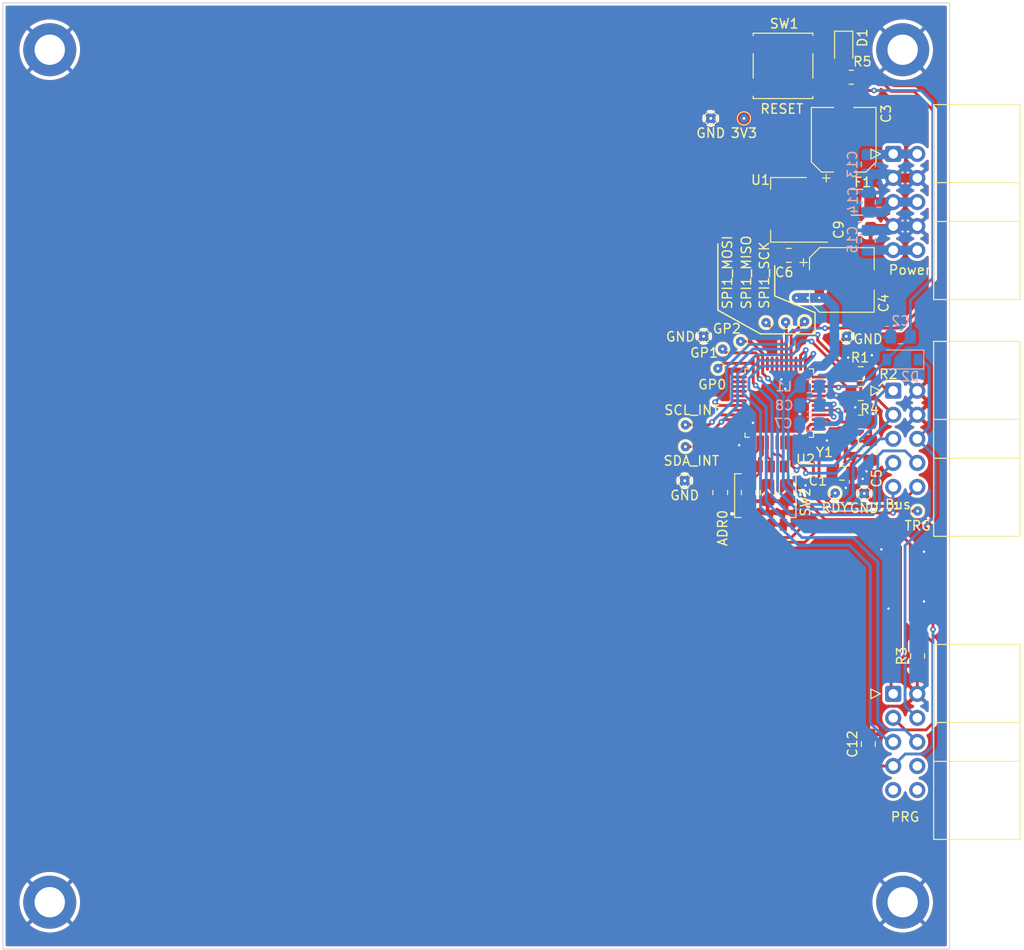
<source format=kicad_pcb>
(kicad_pcb (version 20211014) (generator pcbnew)
  (layers (0 "F.Cu" signal) (31 "B.Cu" signal) (34 "B.Paste" user) (35 "F.Paste" user) (36 "B.SilkS" user "B.Silkscreen") (37 "F.SilkS" user "F.Silkscreen") (38 "B.Mask" user) (39 "F.Mask" user) (44 "Edge.Cuts" user))
  (net 0 "")
  (net 1 "-12V")
  (net 2 "GND")
  (net 3 "+5V")
  (net 4 "+12V")
  (net 5 "/GP2")
  (net 6 "/RST")
  (net 7 "/GP0")
  (net 8 "/GP1")
  (net 9 "/TRG")
  (net 10 "/RDY")
  (net 11 "/SWDIO")
  (net 12 "/SWCLK")
  (net 13 "/RX_DEBUG")
  (net 14 "/TX_DEBUG")
  (net 15 "+3.3V")
  (net 19 "Net-(C3-Pad1)")
  (net 20 "Net-(D1-Pad2)")
  (net 21 "Net-(C1-Pad1)")
  (net 22 "/SPI1_SCK")
  (net 23 "/SPI1_MISO")
  (net 24 "/SPI1_MOSI")
  (net 25 "/SCL_EXT")
  (net 26 "/SDA_EXT")
  (net 27 "Net-(C2-Pad1)")
  (net 28 "Net-(C5-Pad1)")
  (net 29 "Net-(C7-Pad1)")
  (net 30 "Net-(C8-Pad1)")
  (net 31 "/SCL_INT")
  (net 32 "/SDA_INT")
  (net 33 "/ADR0")
  (net 34 "/ADR1")
  (net 35 "/ADR2")
  (net 36 "/ADR3")
  (net 37 "Net-(R4-Pad2)")
  (net 38 "Net-(R5-Pad2)")
  (net 39 "/PC13")
  (net 40 "/PF0")
  (net 41 "/PF1")
  (net 42 "/PA0")
  (net 43 "/PA1")
  (net 44 "/PA4")
  (net 45 "/PB0")
  (net 46 "/PB1")
  (net 47 "/PB2")
  (net 48 "/SPI2_SCK")
  (net 49 "/SPI2_MISO")
  (net 50 "/SPI2_MOSI")
  (net 51 "/PA8")
  (net 52 "/PA9")
  (net 53 "/PB6")
  (net 54 "/PA10")
  (net 55 "/PA15")
  (net 56 "/PB3")
  (net 57 "/PB4")
  (net 58 "/PB5")
  (footprint "MEMS_Custom:EuroMeasure" (layer "F.Cu") (at 96.2225 50.095)
    (fp_text reference "B1" hide)
    (fp_text value "EuroBoard")
    (fp_rect (start 0.05 0.05) (end 99.95 99.95) (layer "Edge.Cuts") (width 0.1) (fill none))
  )
  (footprint "Capacitor_SMD:C_0805_2012Metric_Pad1.18x1.45mm_HandSolder" (layer "F.Cu") (at 186.8 94.4 180)
    (fp_text reference "R4")
    (fp_text value "0R")
  )
  (footprint "Capacitor_SMD:C_0805_2012Metric_Pad1.18x1.45mm_HandSolder" (layer "F.Cu") (at 186.8 91.4)
    (fp_text reference "R2")
    (fp_text value "0R")
  )
  (footprint "Capacitor_SMD:C_0805_2012Metric_Pad1.18x1.45mm_HandSolder" (layer "F.Cu") (at 192.8 119.1 90)
    (fp_text reference "R3")
    (fp_text value "10k")
  )
  (footprint "MEMS_Passive:R_0805_2012Metric_Jumper" (layer "F.Cu") (at 178.9725 101.845 -90)
    (fp_text reference "JP4" hide)
    (fp_text value "ADR3")
  )
  (footprint "MEMS_Custom:TestPoint_Pad_D1.0mm" (layer "F.Cu") (at 192.8 103.8)
    (fp_text reference "TP6")
    (fp_text value "TRG")
  )
  (footprint "Capacitor_SMD:C_0805_2012Metric_Pad1.18x1.45mm_HandSolder" (layer "F.Cu") (at 186.8 89.3 180)
    (fp_text reference "R1")
    (fp_text value "0R")
  )
  (footprint "Oscillator:Oscillator_SMD_Abracon_ASDMB-4Pin_2.5x2.0mm" (layer "F.Cu") (at 185.2 97.2 180)
    (fp_text reference "Y1")
    (fp_text value "NX2520 16MHz")
  )
  (footprint "MEMS_Custom:TestPoint_Pad_D1.0mm" (layer "F.Cu") (at 178.8725 83.845 90)
    (fp_text reference "TP2")
    (fp_text value "SPI1_MISO")
  )
  (footprint "MEMS_Custom:TestPoint_Pad_D1.0mm" (layer "F.Cu") (at 174.1225 85.895)
    (fp_text reference "TP8")
    (fp_text value "GP2")
  )
  (footprint "MEMS_Custom:TestPoint_Pad_D1.0mm" (layer "F.Cu") (at 171.7225 88.745)
    (fp_text reference "TP10")
    (fp_text value "GP0")
  )
  (footprint "MEMS_Custom:TestPoint_Pad_D1.0mm" (layer "F.Cu") (at 168.2225 100.595)
    (fp_text reference "TP11")
    (fp_text value "GND")
  )
  (footprint "MEMS_Passive:R_0805_2012Metric_Jumper" (layer "F.Cu") (at 171.9725 101.845 -90)
    (fp_text reference "JP1" hide)
    (fp_text value "ADR0")
  )
  (footprint "MEMS_Custom:TestPoint_Pad_D1.0mm" (layer "F.Cu") (at 172.2225 86.7)
    (fp_text reference "TP9")
    (fp_text value "GP1")
  )
  (footprint "Package_QFP:LQFP-48_7x7mm_P0.5mm" (layer "F.Cu") (at 178.2 92.4 180)
    (fp_text reference "U2")
    (fp_text value "STM32G030CxT")
  )
  (footprint "MEMS_Custom:TestPoint_Pad_D1.0mm" (layer "F.Cu") (at 180.8725 83.795 90)
    (fp_text reference "TP1")
    (fp_text value "SPI1_SCK")
  )
  (footprint "Button_Switch_SMD:SW_SPST_B3S-1000" (layer "F.Cu") (at 178.6 56.8)
    (fp_text reference "SW1")
    (fp_text value "RESET")
  )
  (footprint "MEMS_Custom:TestPoint_Pad_D1.0mm" (layer "F.Cu") (at 187.1725 101.945)
    (fp_text reference "TP12")
    (fp_text value "GND")
  )
  (footprint "MEMS_Custom:TestPoint_Pad_D1.0mm" (layer "F.Cu") (at 168.3 94.7)
    (fp_text reference "TP4")
    (fp_text value "SCL_INT")
  )
  (footprint "Button_Switch_SMD:SW_DIP_SPSTx04_Slide_Omron_A6H-4101_W6.15mm_P1.27mm" (layer "F.Cu") (at 176.7225 102.17 -90)
    (fp_text reference "SW2")
    (fp_text value "ADR")
  )
  (footprint "Fuse:Fuse_1210_3225Metric" (layer "F.Cu") (at 186.4 71.2 180)
    (fp_text reference "F1")
    (fp_text value "Polyfuse")
  )
  (footprint "MEMS_Custom:TestPoint_Pad_D1.0mm" (layer "F.Cu") (at 185.2725 85.345)
    (fp_text reference "TP15")
    (fp_text value "GND")
  )
  (footprint "LED_SMD:LED_0805_2012Metric_Pad1.15x1.40mm_HandSolder" (layer "F.Cu") (at 185 55 -90)
    (fp_text reference "D1")
    (fp_text value "LED")
  )
  (footprint "MEMS_Passive:R_0805_2012Metric_Jumper" (layer "F.Cu") (at 176.9725 101.845 -90)
    (fp_text reference "JP3" hide)
    (fp_text value "ADR2")
  )
  (footprint "MEMS_Custom:TestPoint_Pad_D1.0mm" (layer "F.Cu") (at 168.3 97)
    (fp_text reference "TP5")
    (fp_text value "SDA_INT")
  )
  (footprint "Capacitor_SMD:C_0805_2012Metric_Pad1.18x1.45mm_HandSolder" (layer "F.Cu") (at 186.8 74)
    (fp_text reference "C9")
    (fp_text value "10u")
  )
  (footprint "Capacitor_SMD:C_0805_2012Metric_Pad1.18x1.45mm_HandSolder" (layer "F.Cu") (at 187.6 128.4 90)
    (fp_text reference "C12")
    (fp_text value "10u")
  )
  (footprint "Resistor_SMD:R_0805_2012Metric_Pad1.20x1.40mm_HandSolder" (layer "F.Cu") (at 185.8 58)
    (fp_text reference "R5")
    (fp_text value "1k")
  )
  (footprint "MEMS_Passive:R_0805_2012Metric_Jumper" (layer "F.Cu") (at 174.9725 101.845 -90)
    (fp_text reference "JP2" hide)
    (fp_text value "ADR1")
  )
  (footprint "Capacitor_SMD:CP_Elec_6.3x7.7" (layer "F.Cu") (at 184.8 79.4)
    (fp_text reference "C4")
    (fp_text value "220u")
  )
  (footprint "MEMS_Custom:TestPoint_Pad_D1.0mm" (layer "F.Cu") (at 184.1 101.9)
    (fp_text reference "TP7")
    (fp_text value "RDY")
  )
  (footprint "Capacitor_SMD:C_0805_2012Metric_Pad1.18x1.45mm_HandSolder" (layer "F.Cu") (at 184.8 99.8)
    (fp_text reference "C1")
    (fp_text value "8p")
  )
  (footprint "Capacitor_SMD:C_0805_2012Metric_Pad1.18x1.45mm_HandSolder" (layer "F.Cu") (at 179.2 76.8)
    (fp_text reference "C6")
    (fp_text value "10u")
  )
  (footprint "MEMS_Custom:TestPoint_Pad_D1.0mm" (layer "F.Cu") (at 170.9725 62.345)
    (fp_text reference "TP13")
    (fp_text value "GND")
  )
  (footprint "MEMS_Custom:TestPoint_Pad_D1.0mm" (layer "F.Cu") (at 176.8 83.9 90)
    (fp_text reference "TP3")
    (fp_text value "SPI1_MOSI")
  )
  (footprint "MEMS_Custom:TestPoint_Pad_D1.0mm" (layer "F.Cu") (at 174.4725 62.345)
    (fp_text reference "TP16")
    (fp_text value "3V3")
  )
  (footprint "Capacitor_SMD:C_0805_2012Metric_Pad1.18x1.45mm_HandSolder" (layer "F.Cu") (at 187.8 97.4 -90)
    (fp_text reference "C5")
    (fp_text value "8p")
  )
  (footprint "Capacitor_SMD:CP_Elec_6.3x7.7" (layer "F.Cu") (at 185 64.6 90)
    (fp_text reference "C3")
    (fp_text value "220u")
  )
  (footprint "MEMS_Custom:TestPoint_Pad_D1.0mm" (layer "F.Cu") (at 170.2225 85.345)
    (fp_text reference "TP14")
    (fp_text value "GND")
  )
  (footprint "Package_TO_SOT_SMD:SOT-223-3_TabPin2" (layer "F.Cu") (at 179.2 72 180)
    (fp_text reference "U1")
    (fp_text value "AMS1117-3.3")
  )
  (footprint "Diode_SMD:D_SOD-123" (layer "B.Cu") (at 191.2 87.8 180)
    (fp_text reference "D2")
    (fp_text value "1n4148")
  )
  (footprint "Capacitor_SMD:C_0805_2012Metric_Pad1.18x1.45mm_HandSolder" (layer "B.Cu") (at 181.4 92.6 180)
    (fp_text reference "C8")
    (fp_text value "10u")
  )
  (footprint "Capacitor_SMD:C_0805_2012Metric_Pad1.18x1.45mm_HandSolder" (layer "B.Cu") (at 191 85.4 180)
    (fp_text reference "C2")
    (fp_text value "100n")
  )
  (footprint "Capacitor_SMD:C_0805_2012Metric_Pad1.18x1.45mm_HandSolder" (layer "B.Cu") (at 187.6 75.2 90)
    (fp_text reference "C15")
    (fp_text value "10u")
  )
  (footprint "Capacitor_SMD:C_0805_2012Metric_Pad1.18x1.45mm_HandSolder" (layer "B.Cu") (at 187.6 71.2 90)
    (fp_text reference "C14")
    (fp_text value "10u")
  )
  (footprint "Capacitor_SMD:C_0805_2012Metric_Pad1.18x1.45mm_HandSolder" (layer "B.Cu") (at 181.4 94.6 180)
    (fp_text reference "C7")
    (fp_text value "100n")
  )
  (footprint "Capacitor_SMD:C_0805_2012Metric_Pad1.18x1.45mm_HandSolder" (layer "B.Cu") (at 187.6 67.2 -90)
    (fp_text reference "C13")
    (fp_text value "10u")
  )
  (footprint "Inductor_SMD:L_0805_2012Metric_Pad1.15x1.40mm_HandSolder" (layer "B.Cu") (at 181.4 90.6)
    (fp_text reference "L1")
    (fp_text value "L_Ferrite")
  )
  (gr_line (start 171.7225 82.595) (end 176.2225 85.095) (layer "F.SilkS") (width 0.15))
  (gr_line (start 189.2225 90.095) (end 188.7225 90.595) (layer "F.SilkS") (width 0.15))
  (gr_line (start 176.2225 85.095) (end 181.9725 85.095) (layer "F.SilkS") (width 0.15))
  (gr_line (start 181.9725 82.845) (end 177.7225 81.095) (layer "F.SilkS") (width 0.15))
  (gr_line (start 171.7225 82.595) (end 171.7225 75.595) (layer "F.SilkS") (width 0.15))
  (gr_line (start 177.7225 81.095) (end 177.7225 77.895) (layer "F.SilkS") (width 0.15))
  (gr_line (start 181.9725 85.095) (end 181.9725 82.845) (layer "F.SilkS") (width 0.15))
  (segment (start 190.2225 66.095) (end 192.7625 66.095) (width 1) (layer "B.Cu") (net 1))
  (segment (start 187.6 66.1625) (end 190.155 66.1625) (width 1) (layer "B.Cu") (net 1))
  (segment (start 190.155 66.1625) (end 190.2225 66.095) (width 1) (layer "B.Cu") (net 1))
  (segment (start 186.025 99.6125) (end 185.8375 99.8) (width 0.3) (layer "F.Cu") (net 2))
  (segment (start 186.025 97.975) (end 187.3375 97.975) (width 0.3) (layer "F.Cu") (net 2))
  (segment (start 187.4 99.6) (end 187.8 99.2) (width 0.3) (layer "F.Cu") (net 2))
  (segment (start 190.2225 73.715) (end 192.7625 73.715) (width 1) (layer "F.Cu") (net 2))
  (segment (start 187.5 79.4) (end 187.45 79.4) (width 1) (layer "F.Cu") (net 2))
  (segment (start 189.9375 74) (end 190.2225 73.715) (width 1) (layer "F.Cu") (net 2))
  (segment (start 187.3375 97.975) (end 187.8 98.4375) (width 0.3) (layer "F.Cu") (net 2))
  (segment (start 185.8375 99.8) (end 186.4 99.8) (width 0.3) (layer "F.Cu") (net 2))
  (segment (start 187.8375 74) (end 189.9375 74) (width 1) (layer "F.Cu") (net 2))
  (segment (start 186.025 97.975) (end 186.025 99.6125) (width 0.3) (layer "F.Cu") (net 2))
  (segment (start 192.7625 68.635) (end 190.2225 68.635) (width 1) (layer "F.Cu") (net 2))
  (segment (start 189.205 124.395) (end 191.4625 124.395) (width 0.3) (layer "F.Cu") (net 2))
  (segment (start 186.025 97.975) (end 185.925 97.975) (width 0.3) (layer "F.Cu") (net 2))
  (segment (start 185.925 97.975) (end 184.375 96.425) (width 0.3) (layer "F.Cu") (net 2))
  (segment (start 181.25 92.15) (end 181.2 92.2) (width 0.25) (layer "F.Cu") (net 2))
  (segment (start 187.45 79.4) (end 182.35 74.3) (width 1) (layer "F.Cu") (net 2))
  (segment (start 187.6 126) (end 189.205 124.395) (width 0.3) (layer "F.Cu") (net 2))
  (segment (start 182.3625 92.15) (end 181.25 92.15) (width 0.25) (layer "F.Cu") (net 2))
  (segment (start 187.6 127.3625) (end 187.6 126) (width 0.3) (layer "F.Cu") (net 2))
  (segment (start 186.4 99.8) (end 187 100.4) (width 0.3) (layer "F.Cu") (net 2))
  (segment (start 174.625 54.55) (end 182.575 54.55) (width 0.3) (layer "F.Cu") (net 2))
  (segment (start 180.2375 76.4125) (end 182.35 74.3) (width 1) (layer "F.Cu") (net 2))
  (segment (start 180.2375 76.8) (end 180.2375 76.4125) (width 1) (layer "F.Cu") (net 2))
  (segment (start 192.7625 120.175) (end 192.8 120.1375) (width 0.3) (layer "F.Cu") (net 2))
  (segment (start 192.7625 123.095) (end 192.7625 120.175) (width 0.3) (layer "F.Cu") (net 2))
  (segment (start 187.8 99.2) (end 187.8 98.4375) (width 0.3) (layer "F.Cu") (net 2))
  (segment (start 191.4625 124.395) (end 192.7625 123.095) (width 0.3) (layer "F.Cu") (net 2))
  (via (at 193.4725 113.345) (size 0.6) (drill 0.25) (layers "F.Cu" "B.Cu") (net 2))
  (via (at 183.2225 96.345) (size 0.6) (drill 0.25) (layers "F.Cu" "B.Cu") (net 2))
  (via (at 185.2225 101.345) (size 0.6) (drill 0.25) (layers "F.Cu" "B.Cu") (net 2))
  (via (at 186.2225 92.845) (size 0.6) (drill 0.25) (layers "F.Cu" "B.Cu") (net 2))
  (via (at 173.9725 96.845) (size 0.6) (drill 0.25) (layers "F.Cu" "B.Cu") (net 2))
  (via (at 180.9725 101.095) (size 0.6) (drill 0.25) (layers "F.Cu" "B.Cu") (net 2))
  (via (at 185.4725 87.595) (size 0.6) (drill 0.25) (layers "F.Cu" "B.Cu") (net 2))
  (via (at 184.2225 91.595) (size 0.6) (drill 0.25) (layers "F.Cu" "B.Cu") (net 2))
  (via (at 187.9725 87.345) (size 0.6) (drill 0.25) (layers "F.Cu" "B.Cu") (net 2))
  (via (at 181.2 92.2) (size 0.6) (drill 0.25) (layers "F.Cu" "B.Cu") (net 2))
  (via (at 187 100.4) (size 0.6) (drill 0.25) (layers "F.Cu" "B.Cu") (net 2))
  (via (at 175.4225 94.495) (size 0.6) (drill 0.25) (layers "F.Cu" "B.Cu") (net 2))
  (via (at 180.3625 93.555) (size 0.6) (drill 0.25) (layers "F.Cu" "B.Cu") (net 2))
  (via (at 188.9725 107.845) (size 0.6) (drill 0.25) (layers "F.Cu" "B.Cu") (net 2))
  (via (at 178.4225 89.895) (size 0.6) (drill 0.25) (layers "F.Cu" "B.Cu") (net 2))
  (via (at 173.2225 104.095) (size 0.8) (drill 0.4) (layers "F.Cu" "B.Cu") (net 2))
  (via (at 187.4 99.6) (size 0.6) (drill 0.25) (layers "F.Cu" "B.Cu") (net 2))
  (via (at 193.4725 108.095) (size 0.6) (drill 0.25) (layers "F.Cu" "B.Cu") (net 2))
  (via (at 189.7225 114.095) (size 0.6) (drill 0.25) (layers "F.Cu" "B.Cu") (net 2))
  (via (at 178.8225 90.895) (size 0.6) (drill 0.25) (layers "F.Cu" "B.Cu") (net 2))
  (segment (start 187.6 70.1625) (end 187.6 68.2375) (width 1) (layer "B.Cu") (net 2))
  (segment (start 189.825 68.2375) (end 190.2225 68.635) (width 1) (layer "B.Cu") (net 2))
  (segment (start 180.3625 94.6) (end 180.3625 93.555) (width 0.5) (layer "B.Cu") (net 2))
  (segment (start 180.3625 93.555) (end 180.3625 92.6) (width 0.5) (layer "B.Cu") (net 2))
  (segment (start 187.6 68.2375) (end 189.825 68.2375) (width 1) (layer "B.Cu") (net 2))
  (segment (start 187.6 74.1625) (end 189.775 74.1625) (width 1) (layer "B.Cu") (net 2))
  (segment (start 189.775 74.1625) (end 190.2225 73.715) (width 1) (layer "B.Cu") (net 2))
  (segment (start 190.2225 73.715) (end 192.7625 73.715) (width 1) (layer "B.Cu") (net 2))
  (segment (start 190.2225 71.175) (end 187.825 71.175) (width 1) (layer "F.Cu") (net 3))
  (segment (start 187.825 71.175) (end 187.8 71.2) (width 1) (layer "F.Cu") (net 3))
  (segment (start 189.16 72.2375) (end 190.2225 71.175) (width 1) (layer "B.Cu") (net 3))
  (segment (start 190.2225 71.175) (end 192.7625 71.175) (width 1) (layer "B.Cu") (net 3))
  (segment (start 187.6 72.2375) (end 189.16 72.2375) (width 1) (layer "B.Cu") (net 3))
  (segment (start 190.2225 76.255) (end 192.7625 76.255) (width 1) (layer "B.Cu") (net 4))
  (segment (start 190.205 76.2375) (end 190.2225 76.255) (width 1) (layer "B.Cu") (net 4))
  (segment (start 187.6 76.2375) (end 190.205 76.2375) (width 1) (layer "B.Cu") (net 4))
  (segment (start 176.45 89.25) (end 177 89.8) (width 0.3) (layer "F.Cu") (net 5))
  (segment (start 175.195 85.895) (end 174.1225 85.895) (width 0.3) (layer "F.Cu") (net 5))
  (segment (start 176.45 88.2375) (end 176.45 87.142894) (width 0.3) (layer "F.Cu") (net 5))
  (segment (start 175.907106 86.6) (end 175.9 86.6) (width 0.3) (layer "F.Cu") (net 5))
  (segment (start 176.45 88.2375) (end 176.45 89.25) (width 0.3) (layer "F.Cu") (net 5))
  (segment (start 175.9 86.6) (end 175.195 85.895) (width 0.3) (layer "F.Cu") (net 5))
  (segment (start 176.45 87.142894) (end 175.907106 86.6) (width 0.3) (layer "F.Cu") (net 5))
  (via (at 177 89.8) (size 0.6) (drill 0.25) (layers "F.Cu" "B.Cu") (net 5))
  (segment (start 178.1725 91.164239) (end 178.6225 91.614239) (width 0.3) (layer "B.Cu") (net 5))
  (segment (start 186 99) (end 188.825 96.175) (width 0.3) (layer "B.Cu") (net 5))
  (segment (start 180.5 103.1) (end 185 103.1) (width 0.3) (layer "B.Cu") (net 5))
  (segment (start 188.825 96.175) (end 190.2225 96.175) (width 0.3) (layer "B.Cu") (net 5))
  (segment (start 177 89.8) (end 178.1725 90.9725) (width 0.3) (layer "B.Cu") (net 5))
  (segment (start 178.6225 91.614239) (end 178.6225 101.2225) (width 0.3) (layer "B.Cu") (net 5))
  (segment (start 178.1725 90.9725) (end 178.1725 91.164239) (width 0.3) (layer "B.Cu") (net 5))
  (segment (start 185 103.1) (end 186 102.1) (width 0.3) (layer "B.Cu") (net 5))
  (segment (start 178.6225 101.2225) (end 180.5 103.1) (width 0.3) (layer "B.Cu") (net 5))
  (segment (start 186 102.1) (end 186 99) (width 0.3) (layer "B.Cu") (net 5))
  (segment (start 194 94.9375) (end 192.7625 96.175) (width 0.3) (layer "B.Cu") (net 6))
  (segment (start 193.2 87.8) (end 194 88.6) (width 0.3) (layer "B.Cu") (net 6))
  (segment (start 194.6225 98.035) (end 192.7625 96.175) (width 0.3) (layer "B.Cu") (net 6))
  (segment (start 191.4725 107.445) (end 194.6225 104.295) (width 0.3) (layer "B.Cu") (net 6))
  (segment (start 194.6225 104.295) (end 194.6225 98.035) (width 0.3) (layer "B.Cu") (net 6))
  (segment (start 194 88.6) (end 194 94.9375) (width 0.3) (layer "B.Cu") (net 6))
  (segment (start 192.7625 125.635) (end 191.4725 124.345) (width 0.3) (layer "B.Cu") (net 6))
  (segment (start 192.85 87.8) (end 193.2 87.8) (width 0.3) (layer "B.Cu") (net 6))
  (segment (start 191.4725 124.345) (end 191.4725 107.445) (width 0.3) (layer "B.Cu") (net 6))
  (segment (start 171.7225 88.745) (end 172.2675 88.2) (width 0.3) (layer "F.Cu") (net 7))
  (segment (start 175.45 90.273352) (end 175.708513 90.531865) (width 0.3) (layer "F.Cu") (net 7))
  (segment (start 175.4125 88.2) (end 175.45 88.2375) (width 0.3) (layer "F.Cu") (net 7))
  (segment (start 175.45 88.2375) (end 175.45 90.273352) (width 0.3) (layer "F.Cu") (net 7))
  (segment (start 172.2675 88.2) (end 175.4125 88.2) (width 0.3) (layer "F.Cu") (net 7))
  (via (at 175.708513 90.531865) (size 0.6) (drill 0.25) (layers "F.Cu" "B.Cu") (net 7))
  (segment (start 188.0675 104.2) (end 188.7725 103.495) (width 0.3) (layer "B.Cu") (net 7))
  (segment (start 175.731865 90.531865) (end 177.4225 92.2225) (width 0.3) (layer "B.Cu") (net 7))
  (segment (start 175.708513 90.531865) (end 175.731865 90.531865) (width 0.3) (layer "B.Cu") (net 7))
  (segment (start 188.7725 100.165) (end 190.2225 98.715) (width 0.3) (layer "B.Cu") (net 7))
  (segment (start 188.7725 103.495) (end 188.7725 100.165) (width 0.3) (layer "B.Cu") (net 7))
  (segment (start 177.4225 92.2225) (end 177.4225 102.2225) (width 0.3) (layer "B.Cu") (net 7))
  (segment (start 177.4225 102.2225) (end 179.4 104.2) (width 0.3) (layer "B.Cu") (net 7))
  (segment (start 179.4 104.2) (end 188.0675 104.2) (width 0.3) (layer "B.Cu") (net 7))
  (segment (start 175.95 87.35) (end 175.7 87.1) (width 0.3) (layer "F.Cu") (net 8))
  (segment (start 175.95 88.2375) (end 175.95 87.35) (width 0.3) (layer "F.Cu") (net 8))
  (segment (start 175.95 89.668532) (end 176.140734 89.859266) (width 0.3) (layer "F.Cu") (net 8))
  (segment (start 175.95 88.2375) (end 175.95 89.668532) (width 0.3) (layer "F.Cu") (net 8))
  (segment (start 172.6225 87.1) (end 172.2225 86.7) (width 0.3) (layer "F.Cu") (net 8))
  (segment (start 175.7 87.1) (end 172.6225 87.1) (width 0.3) (layer "F.Cu") (net 8))
  (via (at 176.140734 89.859266) (size 0.6) (drill 0.25) (layers "F.Cu" "B.Cu") (net 8))
  (segment (start 178.0225 91.741032) (end 178.0225 101.6225) (width 0.3) (layer "B.Cu") (net 8))
  (segment (start 188.2225 99.7775) (end 188.6 99.4) (width 0.3) (layer "B.Cu") (net 8))
  (segment (start 187.5175 103.6) (end 188.2225 102.895) (width 0.3) (layer "B.Cu") (net 8))
  (segment (start 191.4975 97.45) (end 192.7625 98.715) (width 0.3) (layer "B.Cu") (net 8))
  (segment (start 178.0225 101.6225) (end 180 103.6) (width 0.3) (layer "B.Cu") (net 8))
  (segment (start 188.2225 102.895) (end 188.2225 99.7775) (width 0.3) (layer "B.Cu") (net 8))
  (segment (start 180 103.6) (end 187.5175 103.6) (width 0.3) (layer "B.Cu") (net 8))
  (segment (start 176.140734 89.859266) (end 178.0225 91.741032) (width 0.3) (layer "B.Cu") (net 8))
  (segment (start 188.6 99.4) (end 188.6 98) (width 0.3) (layer "B.Cu") (net 8))
  (segment (start 188.6 98) (end 189.15 97.45) (width 0.3) (layer "B.Cu") (net 8))
  (segment (start 189.15 97.45) (end 191.4975 97.45) (width 0.3) (layer "B.Cu") (net 8))
  (segment (start 180.45 97.401041) (end 181.8 98.751041) (width 0.3) (layer "F.Cu") (net 9))
  (segment (start 190.4 103.8) (end 190.2 104) (width 0.3) (layer "F.Cu") (net 9))
  (segment (start 192.8 103.8) (end 190.4 103.8) (width 0.3) (layer "F.Cu") (net 9))
  (segment (start 183.6 104) (end 190.2 104) (width 0.3) (layer "F.Cu") (net 9))
  (segment (start 180.45 96.5625) (end 180.45 97.401041) (width 0.3) (layer "F.Cu") (net 9))
  (segment (start 181.8 98.751041) (end 181.8 102.2) (width 0.3) (layer "F.Cu") (net 9))
  (segment (start 181.8 102.2) (end 183.6 104) (width 0.3) (layer "F.Cu") (net 9))
  (via (at 190.2 104) (size 0.6) (drill 0.25) (layers "F.Cu" "B.Cu") (net 9))
  (segment (start 190.2 101.2775) (end 190.2225 101.255) (width 0.3) (layer "B.Cu") (net 9))
  (segment (start 190.2 104) (end 190.2 101.2775) (width 0.3) (layer "B.Cu") (net 9))
  (segment (start 183.15 102.65) (end 183.795 103.295) (width 0.3) (layer "F.Cu") (net 10))
  (segment (start 190.7225 103.295) (end 192.7625 101.255) (width 0.3) (layer "F.Cu") (net 10))
  (segment (start 182.4 98.0125) (end 182.4 101.9) (width 0.3) (layer "F.Cu") (net 10))
  (segment (start 183.35 102.65) (end 183.15 102.65) (width 0.3) (layer "F.Cu") (net 10))
  (segment (start 183.795 103.295) (end 190.7225 103.295) (width 0.3) (layer "F.Cu") (net 10))
  (segment (start 184.1 101.9) (end 183.35 102.65) (width 0.3) (layer "F.Cu") (net 10))
  (segment (start 180.95 96.5625) (end 182.4 98.0125) (width 0.3) (layer "F.Cu") (net 10))
  (segment (start 182.4 101.9) (end 183.15 102.65) (width 0.3) (layer "F.Cu") (net 10))
  (segment (start 169.4725 103.345) (end 173.2225 107.095) (width 0.3) (layer "F.Cu") (net 11))
  (segment (start 172.75 94.65) (end 169.4725 97.9275) (width 0.3) (layer "F.Cu") (net 11))
  (segment (start 173.2225 107.095) (end 180.905 107.095) (width 0.3) (layer "F.Cu") (net 11))
  (segment (start 190 122.8725) (end 190.2225 123.095) (width 0.3) (layer "F.Cu") (net 11))
  (segment (start 180.905 107.095) (end 182 106) (width 0.3) (layer "F.Cu") (net 11))
  (segment (start 182 106) (end 189.4 106) (width 0.3) (layer "F.Cu") (net 11))
  (segment (start 174.0375 94.65) (end 172.75 94.65) (width 0.3) (layer "F.Cu") (net 11))
  (segment (start 189.4 106) (end 191 107.6) (width 0.3) (layer "F.Cu") (net 11))
  (segment (start 191 107.6) (end 191 118.6) (width 0.3) (layer "F.Cu") (net 11))
  (segment (start 190 119.6) (end 190 122.8725) (width 0.3) (layer "F.Cu") (net 11))
  (segment (start 169.4725 97.9275) (end 169.4725 103.345) (width 0.3) (layer "F.Cu") (net 11))
  (segment (start 191 118.6) (end 190 119.6) (width 0.3) (layer "F.Cu") (net 11))
  (segment (start 174.0375 95.15) (end 173.05 95.15) (width 0.3) (layer "F.Cu") (net 12))
  (segment (start 191.4875 126.9) (end 190.2225 125.635) (width 0.3) (layer "F.Cu") (net 12))
  (segment (start 192.8 117.7175) (end 193.6225 116.895) (width 0.3) (layer "F.Cu") (net 12))
  (segment (start 169.9725 98.2275) (end 169.9725 103.095) (width 0.3) (layer "F.Cu") (net 12))
  (segment (start 193.7 126.9) (end 191.4875 126.9) (width 0.3) (layer "F.Cu") (net 12))
  (segment (start 173.05 95.15) (end 169.9725 98.2275) (width 0.3) (layer "F.Cu") (net 12))
  (segment (start 192.8 118.0625) (end 192.8 117.7175) (width 0.3) (layer "F.Cu") (net 12))
  (segment (start 173.4725 106.595) (end 179.4725 106.595) (width 0.3) (layer "F.Cu") (net 12))
  (segment (start 190.1275 105.4) (end 192.0225 107.295) (width 0.3) (layer "F.Cu") (net 12))
  (segment (start 179.4725 106.595) (end 180.6675 105.4) (width 0.3) (layer "F.Cu") (net 12))
  (segment (start 169.9725 103.095) (end 173.4725 106.595) (width 0.3) (layer "F.Cu") (net 12))
  (segment (start 192.0225 115.295) (end 193.6225 116.895) (width 0.3) (layer "F.Cu") (net 12))
  (segment (start 180.6675 105.4) (end 190.1275 105.4) (width 0.3) (layer "F.Cu") (net 12))
  (segment (start 194.4 117.6725) (end 194.4 126.2) (width 0.3) (layer "F.Cu") (net 12))
  (segment (start 192.0225 107.295) (end 192.0225 115.295) (width 0.3) (layer "F.Cu") (net 12))
  (segment (start 194.4 126.2) (end 193.7 126.9) (width 0.3) (layer "F.Cu") (net 12))
  (segment (start 193.6225 116.895) (end 194.4 117.6725) (width 0.3) (layer "F.Cu") (net 12))
  (segment (start 180.45 88.2375) (end 180.45 87.35) (width 0.3) (layer "F.Cu") (net 13))
  (segment (start 180.45 87.35) (end 181 86.8) (width 0.3) (layer "F.Cu") (net 13))
  (via (at 181 86.8) (size 0.6) (drill 0.25) (layers "F.Cu" "B.Cu") (net 13))
  (segment (start 176.2225 103.4225) (end 180.2 107.4) (width 0.3) (layer "B.Cu") (net 13))
  (segment (start 189.775 128.175) (end 190.2225 128.175) (width 0.3) (layer "B.Cu") (net 13))
  (segment (start 174.4 91.4) (end 176.2225 93.2225) (width 0.3) (layer "B.Cu") (net 13))
  (segment (start 176.2225 93.2225) (end 176.2225 103.4225) (width 0.3) (layer "B.Cu") (net 13))
  (segment (start 176.105 87.895) (end 174.4 89.6) (width 0.3) (layer "B.Cu") (net 13))
  (segment (start 181 87.495) (end 180.6 87.895) (width 0.3) (layer "B.Cu") (net 13))
  (segment (start 187.8 126.2) (end 189.775 128.175) (width 0.3) (layer "B.Cu") (net 13))
  (segment (start 187.8 109.6) (end 187.8 126.2) (width 0.3) (layer "B.Cu") (net 13))
  (segment (start 180.2 107.4) (end 185.6 107.4) (width 0.3) (layer "B.Cu") (net 13))
  (segment (start 181 86.8) (end 181 87.495) (width 0.3) (layer "B.Cu") (net 13))
  (segment (start 185.6 107.4) (end 187.8 109.6) (width 0.3) (layer "B.Cu") (net 13))
  (segment (start 174.4 89.6) (end 174.4 91.4) (width 0.3) (layer "B.Cu") (net 13))
  (segment (start 180.6 87.895) (end 176.105 87.895) (width 0.3) (layer "B.Cu") (net 13))
  (segment (start 180.95 88.2375) (end 180.95 88.05) (width 0.3) (layer "F.Cu") (net 14))
  (segment (start 180.95 88.05) (end 181.8 87.2) (width 0.3) (layer "F.Cu") (net 14))
  (via (at 181.8 87.2) (size 0.6) (drill 0.25) (layers "F.Cu" "B.Cu") (net 14))
  (segment (start 175 91) (end 175 89.8) (width 0.3) (layer "B.Cu") (net 14))
  (segment (start 189.4725 126.895) (end 188.6 126.0225) (width 0.3) (layer "B.Cu") (net 14))
  (segment (start 175 89.8) (end 176.305 88.495) (width 0.3) (layer "B.Cu") (net 14))
  (segment (start 176.8225 102.8225) (end 176.8225 92.8225) (width 0.3) (layer "B.Cu") (net 14))
  (segment (start 192.7625 128.175) (end 191.4825 126.895) (width 0.3) (layer "B.Cu") (net 14))
  (segment (start 181.8 87.5175) (end 181.8 87.2) (width 0.3) (layer "B.Cu") (net 14))
  (segment (start 176.8225 92.8225) (end 175 91) (width 0.3) (layer "B.Cu") (net 14))
  (segment (start 188.6 109.2) (end 186 106.6) (width 0.3) (layer "B.Cu") (net 14))
  (segment (start 176.305 88.495) (end 180.8225 88.495) (width 0.3) (layer "B.Cu") (net 14))
  (segment (start 188.6 126.0225) (end 188.6 109.2) (width 0.3) (layer "B.Cu") (net 14))
  (segment (start 191.4825 126.895) (end 189.4725 126.895) (width 0.3) (layer "B.Cu") (net 14))
  (segment (start 180.8225 88.495) (end 181.8 87.5175) (width 0.3) (layer "B.Cu") (net 14))
  (segment (start 180.6 106.6) (end 176.8225 102.8225) (width 0.3) (layer "B.Cu") (net 14))
  (segment (start 186 106.6) (end 180.6 106.6) (width 0.3) (layer "B.Cu") (net 14))
  (segment (start 182.4225 79.7225) (end 182.1 79.4) (width 1) (layer "F.Cu") (net 15))
  (segment (start 181.2225 81.295) (end 182.4225 81.295) (width 1) (layer "F.Cu") (net 15))
  (segment (start 180.681497 79.4) (end 178.1625 76.881003) (width 1) (layer "F.Cu") (net 15))
  (segment (start 178.1625 76.8) (end 178.1625 74.1125) (width 1) (layer "F.Cu") (net 15))
  (segment (start 178.1625 76.881003) (end 178.1625 76.8) (width 1) (layer "F.Cu") (net 15))
  (segment (start 178.1625 74.1125) (end 176.05 72) (width 1) (layer "F.Cu") (net 15))
  (segment (start 190.2225 130.715) (end 188.8775 130.715) (width 0.3) (layer "F.Cu") (net 15))
  (segment (start 188.8775 130.715) (end 187.6 129.4375) (width 0.3) (layer "F.Cu") (net 15))
  (segment (start 182.1 79.4) (end 180.681497 79.4) (width 1) (layer "F.Cu") (net 15))
  (segment (start 182.35 72) (end 176.05 72) (width 1) (layer "F.Cu") (net 15))
  (segment (start 193.6225 104.695) (end 194.4225 105.495) (width 0.3) (layer "F.Cu") (net 15))
  (segment (start 183.0225 104.695) (end 193.6225 104.695) (width 0.3) (layer "F.Cu") (net 15))
  (segment (start 180.4225 102.095) (end 183.0225 104.695) (width 0.3) (layer "F.Cu") (net 15))
  (segment (start 194.4225 105.495) (end 194.4225 116.295) (width 0.3) (layer "F.Cu") (net 15))
  (segment (start 180.0225 81.295) (end 181.2225 81.295) (width 1) (layer "F.Cu") (net 15))
  (segment (start 182.4225 81.295) (end 182.4225 79.7225) (width 1) (layer "F.Cu") (net 15))
  (via (at 182.4225 81.295) (size 0.6) (drill 0.25) (layers "F.Cu" "B.Cu") (net 15))
  (via (at 180.0225 81.295) (size 0.6) (drill 0.25) (layers "F.Cu" "B.Cu") (net 15))
  (via (at 194.4225 116.295) (size 0.6) (drill 0.25) (layers "F.Cu" "B.Cu") (net 15))
  (via (at 180.4225 102.095) (size 0.6) (drill 0.25) (layers "F.Cu" "B.Cu") (net 15))
  (via (at 181.2225 81.295) (size 0.6) (drill 0.25) (layers "F.Cu" "B.Cu") (net 15))
  (segment (start 191.4925 129.445) (end 190.2225 130.715) (width 0.3) (layer "B.Cu") (net 15))
  (segment (start 194.4225 128.545) (end 193.5225 129.445) (width 0.3) (layer "B.Cu") (net 15))
  (segment (start 183.0225 81.295) (end 182.4225 81.295) (width 1) (layer "B.Cu") (net 15))
  (segment (start 182.024582 88.495) (end 182.8225 88.495) (width 1) (layer "B.Cu") (net 15))
  (segment (start 181.2225 81.295) (end 180.0225 81.295) (width 1) (layer "B.Cu") (net 15))
  (segment (start 180.4225 102.045) (end 179.15 100.7725) (width 0.3) (layer "B.Cu") (net 15))
  (segment (start 182.4225 81.295) (end 181.2225 81.295) (width 1) (layer "B.Cu") (net 15))
  (segment (start 184.0225 87.295) (end 184.0225 82.295) (width 1) (layer "B.Cu") (net 15))
  (segment (start 179.15 91.825) (end 180.375 90.6) (width 0.3) (layer "B.Cu") (net 15))
  (segment (start 180.4225 102.095) (end 180.4225 102.045) (width 0.3) (layer "B.Cu") (net 15))
  (segment (start 180.375 90.144582) (end 182.024582 88.495) (width 1) (layer "B.Cu") (net 15))
  (segment (start 179.15 100.7725) (end 179.15 91.825) (width 0.3) (layer "B.Cu") (net 15))
  (segment (start 182.8225 88.495) (end 184.0225 87.295) (width 1) (layer "B.Cu") (net 15))
  (segment (start 193.5225 129.445) (end 191.4925 129.445) (width 0.3) (layer "B.Cu") (net 15))
  (segment (start 194.4225 116.295) (end 194.4225 128.545) (width 0.3) (layer "B.Cu") (net 15))
  (segment (start 184.0225 82.295) (end 183.0225 81.295) (width 1) (layer "B.Cu") (net 15))
  (segment (start 180.375 90.6) (end 180.375 90.144582) (width 1) (layer "B.Cu") (net 15))
  (segment (start 185 67.3) (end 185 71.2) (width 1) (layer "F.Cu") (net 19))
  (segment (start 185.7625 74) (end 185.7625 71.9625) (width 1) (layer "F.Cu") (net 19))
  (segment (start 183.5 69.7) (end 182.35 69.7) (width 1) (layer "F.Cu") (net 19))
  (segment (start 182.6 69.7) (end 185 67.3) (width 1) (layer "F.Cu") (net 19))
  (segment (start 185.7625 71.9625) (end 185 71.2) (width 1) (layer "F.Cu") (net 19))
  (segment (start 182.35 69.7) (end 182.6 69.7) (width 1) (layer "F.Cu") (net 19))
  (segment (start 185 71.2) (end 183.5 69.7) (width 1) (layer "F.Cu") (net 19))
  (segment (start 184.8 56.225) (end 185 56.025) (width 0.3) (layer "F.Cu") (net 20))
  (segment (start 184.8 58) (end 184.8 56.225) (width 0.3) (layer "F.Cu") (net 20))
  (segment (start 181.201041 95.327082) (end 183.848959 97.975) (width 0.3) (layer "F.Cu") (net 21))
  (segment (start 182.3625 94.65) (end 181.523959 94.65) (width 0.3) (layer "F.Cu") (net 21))
  (segment (start 184.375 99.1875) (end 183.7625 99.8) (width 0.3) (layer "F.Cu") (net 21))
  (segment (start 181.523959 94.65) (end 181.201041 94.972918) (width 0.3) (layer "F.Cu") (net 21))
  (segment (start 184.375 97.975) (end 184.375 99.1875) (width 0.3) (layer "F.Cu") (net 21))
  (segment (start 181.201041 94.972918) (end 181.201041 95.327082) (width 0.3) (layer "F.Cu") (net 21))
  (segment (start 183.848959 97.975) (end 184.375 97.975) (width 0.3) (layer "F.Cu") (net 21))
  (segment (start 179.45 85.2175) (end 180.8725 83.795) (width 0.3) (layer "F.Cu") (net 22))
  (segment (start 179.45 88.2375) (end 179.45 85.2175) (width 0.3) (layer "F.Cu") (net 22))
  (segment (start 178.95 83.9225) (end 178.8725 83.845) (width 0.3) (layer "F.Cu") (net 23))
  (segment (start 178.95 88.2375) (end 178.95 83.9225) (width 0.3) (layer "F.Cu") (net 23))
  (segment (start 178.45 85.55) (end 176.80875 83.90875) (width 0.3) (layer "F.Cu") (net 24))
  (segment (start 178.45 88.2375) (end 178.45 85.55) (width 0.3) (layer "F.Cu") (net 24))
  (segment (start 176.80875 83.90875) (end 176.8 83.9) (width 0.3) (layer "F.Cu") (net 24))
  (segment (start 179.45 98.9225) (end 179.45 96.5625) (width 0.3) (layer "F.Cu") (net 25))
  (segment (start 190.2225 91.095) (end 189.6325 91.095) (width 0.3) (layer "F.Cu") (net 25))
  (segment (start 189.6325 91.095) (end 187.8375 89.3) (width 0.3) (layer "F.Cu") (net 25))
  (segment (start 180.0225 99.495) (end 179.45 98.9225) (width 0.3) (layer "F.Cu") (net 25))
  (via (at 180.0225 99.495) (size 0.6) (drill 0.25) (layers "F.Cu" "B.Cu") (net 25))
  (segment (start 184 99) (end 188.4 94.6) (width 0.3) (layer "B.Cu") (net 25))
  (segment (start 180.0225 99.495) (end 180.5175 99) (width 0.3) (layer "B.Cu") (net 25))
  (segment (start 180.5175 99) (end 184 99) (width 0.3) (layer "B.Cu") (net 25))
  (segment (start 189.305 91.095) (end 190.2225 91.095) (width 0.3) (layer "B.Cu") (net 25))
  (segment (start 188.4 92) (end 189.305 91.095) (width 0.3) (layer "B.Cu") (net 25))
  (segment (start 188.4 94.6) (end 188.4 92) (width 0.3) (layer "B.Cu") (net 25))
  (segment (start 179.95 98.430761) (end 179.95 96.5625) (width 0.3) (layer "F.Cu") (net 26))
  (segment (start 187.9875 91.4) (end 187.8375 91.4) (width 0.3) (layer "F.Cu") (net 26))
  (segment (start 181 99.480761) (end 179.95 98.430761) (width 0.3) (layer "F.Cu") (net 26))
  (segment (start 190.2225 93.635) (end 187.9875 91.4) (width 0.3) (layer "F.Cu") (net 26))
  (segment (start 181 99.8) (end 181 99.480761) (width 0.3) (layer "F.Cu") (net 26))
  (via (at 181 99.8) (size 0.6) (drill 0.25) (layers "F.Cu" "B.Cu") (net 26))
  (segment (start 181 99.8) (end 184.22875 99.8) (width 0.3) (layer "B.Cu") (net 26))
  (segment (start 184.22875 99.8) (end 190.2225 93.80625) (width 0.3) (layer "B.Cu") (net 26))
  (segment (start 190.2225 93.80625) (end 190.2225 93.635) (width 0.3) (layer "B.Cu") (net 26))
  (segment (start 182.575 59.05) (end 183.45 59.05) (width 0.3) (layer "F.Cu") (net 27))
  (segment (start 184.358968 90.65) (end 182.3625 90.65) (width 0.3) (layer "F.Cu") (net 27))
  (segment (start 183.45 59.05) (end 183.8 59.4) (width 0.3) (layer "F.Cu") (net 27))
  (segment (start 183.8 59.4) (end 188.2 59.4) (width 0.3) (layer "F.Cu") (net 27))
  (segment (start 184.461972 90.753004) (end 184.358968 90.65) (width 0.3) (layer "F.Cu") (net 27))
  (segment (start 182.575 59.05) (end 174.625 59.05) (width 0.3) (layer "F.Cu") (net 27))
  (via (at 188.2 59.4) (size 0.6) (drill 0.25) (layers "F.Cu" "B.Cu") (net 27))
  (via (at 184.461972 90.753004) (size 0.6) (drill 0.25) (layers "F.Cu" "B.Cu") (net 27))
  (segment (start 191.95 85.4) (end 189.55 87.8) (width 0.3) (layer "B.Cu") (net 27))
  (segment (start 188.2 59.4) (end 193.2 59.4) (width 0.3) (layer "B.Cu") (net 27))
  (segment (start 193.2 59.4) (end 194.4 60.6) (width 0.3) (layer "B.Cu") (net 27))
  (segment (start 186.7 90.65) (end 189.55 87.8) (width 0.3) (layer "B.Cu") (net 27))
  (segment (start 184.564976 90.65) (end 186.7 90.65) (width 0.3) (layer "B.Cu") (net 27))
  (segment (start 192.0375 85.4) (end 191.95 85.4) (width 0.3) (layer "B.Cu") (net 27))
  (segment (start 192.0375 81.5625) (end 194.4 79.2) (width 0.3) (layer "B.Cu") (net 27))
  (segment (start 194.4 79.2) (end 194.4 60.6) (width 0.3) (layer "B.Cu") (net 27))
  (segment (start 192.0375 85.4) (end 192.0375 81.5625) (width 0.3) (layer "B.Cu") (net 27))
  (segment (start 184.461972 90.753004) (end 184.564976 90.65) (width 0.3) (layer "B.Cu") (net 27))
  (segment (start 187.8375 94.4) (end 187.8375 96.325) (width 0.3) (layer "F.Cu") (net 28))
  (segment (start 187.7375 96.425) (end 187.8 96.3625) (width 0.3) (layer "F.Cu") (net 28))
  (segment (start 187.8375 96.325) (end 187.8 96.3625) (width 0.3) (layer "F.Cu") (net 28))
  (segment (start 186.025 96.425) (end 187.7375 96.425) (width 0.3) (layer "F.Cu") (net 28))
  (segment (start 184.366369 93.15) (end 182.3625 93.15) (width 0.25) (layer "F.Cu") (net 29))
  (segment (start 184.4 93.183631) (end 184.366369 93.15) (width 0.25) (layer "F.Cu") (net 29))
  (via (at 184.4 93.183631) (size 0.6) (drill 0.25) (layers "F.Cu" "B.Cu") (net 29))
  (segment (start 184.4 93.183631) (end 184.701805 93.485436) (width 0.5) (layer "B.Cu") (net 29))
  (segment (start 184.258159 94.6) (end 182.475 94.6) (width 0.5) (layer "B.Cu") (net 29))
  (segment (start 184.701805 94.156354) (end 184.258159 94.6) (width 0.5) (layer "B.Cu") (net 29))
  (segment (start 184.701805 93.485436) (end 184.701805 94.156354) (width 0.5) (layer "B.Cu") (net 29))
  (segment (start 183.756112 93.65) (end 182.3625 93.65) (width 0.25) (layer "F.Cu") (net 30))
  (segment (start 183.822166 92.65) (end 182.3625 92.65) (width 0.25) (layer "F.Cu") (net 30))
  (segment (start 183.951805 93.845693) (end 183.756112 93.65) (width 0.25) (layer "F.Cu") (net 30))
  (segment (start 183.948015 92.524151) (end 183.822166 92.65) (width 0.25) (layer "F.Cu") (net 30))
  (via (at 183.948015 92.524151) (size 0.6) (drill 0.25) (layers "F.Cu" "B.Cu") (net 30))
  (via (at 183.951805 93.845693) (size 0.6) (drill 0.25) (layers "F.Cu" "B.Cu") (net 30))
  (segment (start 182.4375 90.6125) (end 182.425 90.6) (width 0.5) (layer "B.Cu") (net 30))
  (segment (start 183.65 92.822166) (end 183.65 93.543888) (width 0.5) (layer "B.Cu") (net 30))
  (segment (start 183.65 93.543888) (end 183.951805 93.845693) (width 0.5) (layer "B.Cu") (net 30))
  (segment (start 183.948015 92.524151) (end 183.65 92.822166) (width 0.5) (layer "B.Cu") (net 30))
  (segment (start 182.513349 92.524151) (end 182.4375 92.6) (width 0.5) (layer "B.Cu") (net 30))
  (segment (start 182.4375 92.6) (end 182.4375 90.6125) (width 0.5) (layer "B.Cu") (net 30))
  (segment (start 183.948015 92.524151) (end 182.513349 92.524151) (width 0.5) (layer "B.Cu") (net 30))
  (segment (start 170.8 94.7) (end 171.1 94.4) (width 0.3) (layer "F.Cu") (net 31))
  (segment (start 182.253112 85.168805) (end 182.253112 85.790612) (width 0.3) (layer "F.Cu") (net 31))
  (segment (start 182.253112 85.790612) (end 185.7625 89.3) (width 0.3) (layer "F.Cu") (net 31))
  (segment (start 168.3 94.7) (end 170.8 94.7) (width 0.3) (layer "F.Cu") (net 31))
  (segment (start 171.85 93.65) (end 171.1 94.4) (width 0.3) (layer "F.Cu") (net 31))
  (segment (start 174.0375 93.65) (end 171.85 93.65) (width 0.3) (layer "F.Cu") (net 31))
  (via (at 171.1 94.4) (size 0.6) (drill 0.25) (layers "F.Cu" "B.Cu") (net 31))
  (via (at 182.253112 85.168805) (size 0.6) (drill 0.25) (layers "F.Cu" "B.Cu") (net 31))
  (segment (start 175.4 86.7) (end 173.2 88.9) (width 0.3) (layer "B.Cu") (net 31))
  (segment (start 173.2 88.9) (end 173.2 92.3) (width 0.3) (layer "B.Cu") (net 31))
  (segment (start 182.221917 85.2) (end 180.2 85.2) (width 0.3) (layer "B.Cu") (net 31))
  (segment (start 182.253112 85.168805) (end 182.221917 85.2) (width 0.3) (layer "B.Cu") (net 31))
  (segment (start 179.2 86.7) (end 175.4 86.7) (width 0.3) (layer "B.Cu") (net 31))
  (segment (start 179.7 86.2) (end 179.2 86.7) (width 0.3) (layer "B.Cu") (net 31))
  (segment (start 180.2 85.2) (end 179.7 85.7) (width 0.3) (layer "B.Cu") (net 31))
  (segment (start 179.7 85.7) (end 179.7 86.2) (width 0.3) (layer "B.Cu") (net 31))
  (segment (start 173.2 92.3) (end 171.1 94.4) (width 0.3) (layer "B.Cu") (net 31))
  (segment (start 174.0375 94.15) (end 172.331468 94.15) (width 0.3) (layer "F.Cu") (net 32))
  (segment (start 181.612331 85.896683) (end 184.4725 88.756852) (width 0.3) (layer "F.Cu") (net 32))
  (segment (start 184.4725 88.756852) (end 184.4725 89.845) (width 0.3) (layer "F.Cu") (net 32))
  (segment (start 168.3 97) (end 169.481468 97) (width 0.3) (layer "F.Cu") (net 32))
  (segment (start 185.7625 91.135) (end 185.7625 91.4) (width 0.3) (layer "F.Cu") (net 32))
  (segment (start 169.481468 97) (end 172.090734 94.390734) (width 0.3) (layer "F.Cu") (net 32))
  (segment (start 172.331468 94.15) (end 172.090734 94.390734) (width 0.3) (layer "F.Cu") (net 32))
  (segment (start 184.4725 89.845) (end 185.7625 91.135) (width 0.3) (layer "F.Cu") (net 32))
  (via (at 181.612331 85.896683) (size 0.6) (drill 0.25) (layers "F.Cu" "B.Cu") (net 32))
  (via (at 172.090734 94.390734) (size 0.6) (drill 0.25) (layers "F.Cu" "B.Cu") (net 32))
  (segment (start 181.515648 85.8) (end 180.6 85.8) (width 0.3) (layer "B.Cu") (net 32))
  (segment (start 173.8 89.3) (end 173.8 92.681468) (width 0.3) (layer "B.Cu") (net 32))
  (segment (start 180.2 86.680761) (end 179.580761 87.3) (width 0.3) (layer "B.Cu") (net 32))
  (segment (start 180.2 86.2) (end 180.2 86.680761) (width 0.3) (layer "B.Cu") (net 32))
  (segment (start 180.6 85.8) (end 180.2 86.2) (width 0.3) (layer "B.Cu") (net 32))
  (segment (start 173.8 92.681468) (end 172.090734 94.390734) (width 0.3) (layer "B.Cu") (net 32))
  (segment (start 175.8 87.3) (end 173.8 89.3) (width 0.3) (layer "B.Cu") (net 32))
  (segment (start 181.612331 85.896683) (end 181.515648 85.8) (width 0.3) (layer "B.Cu") (net 32))
  (segment (start 179.580761 87.3) (end 175.8 87.3) (width 0.3) (layer "B.Cu") (net 32))
  (segment (start 175.220685 98.095) (end 174.9725 98.095) (width 0.25) (layer "F.Cu") (net 33))
  (segment (start 175.95 96.5625) (end 175.95 97.365685) (width 0.25) (layer "F.Cu") (net 33))
  (segment (start 173.81 99.095) (end 171.9725 100.9325) (width 0.25) (layer "F.Cu") (net 33))
  (segment (start 175.95 97.365685) (end 175.220685 98.095) (width 0.25) (layer "F.Cu") (net 33))
  (segment (start 174.9725 98.095) (end 174.8175 98.25) (width 0.25) (layer "F.Cu") (net 33))
  (segment (start 174.8175 98.25) (end 174.8175 99.095) (width 0.25) (layer "F.Cu") (net 33))
  (segment (start 174.8175 99.095) (end 173.81 99.095) (width 0.25) (layer "F.Cu") (net 33))
  (segment (start 176.0875 98.23) (end 176.45 97.8675) (width 0.25) (layer "F.Cu") (net 34))
  (segment (start 176.0875 99.095) (end 176.0875 99.8175) (width 0.25) (layer "F.Cu") (net 34))
  (segment (start 176.45 97.8675) (end 176.45 96.5625) (width 0.25) (layer "F.Cu") (net 34))
  (segment (start 176.0875 99.095) (end 176.0875 98.23) (width 0.25) (layer "F.Cu") (net 34))
  (segment (start 176.0875 99.8175) (end 174.9725 100.9325) (width 0.25) (layer "F.Cu") (net 34))
  (segment (start 177.3575 99.095) (end 177.3575 100.5475) (width 0.25) (layer "F.Cu") (net 35))
  (segment (start 176.95 98.0725) (end 176.95 96.5625) (width 0.25) (layer "F.Cu") (net 35))
  (segment (start 177.3575 100.5475) (end 176.9725 100.9325) (width 0.25) (layer "F.Cu") (net 35))
  (segment (start 177.3575 98.48) (end 176.95 98.0725) (width 0.25) (layer "F.Cu") (net 35))
  (segment (start 177.3575 99.095) (end 177.3575 98.48) (width 0.25) (layer "F.Cu") (net 35))
  (segment (start 178.6275 100.5875) (end 178.9725 100.9325) (width 0.25) (layer "F.Cu") (net 36))
  (segment (start 177.45 97.5725) (end 177.45 96.5625) (width 0.25) (layer "F.Cu") (net 36))
  (segment (start 178.2225 97.845) (end 177.7225 97.845) (width 0.25) (layer "F.Cu") (net 36))
  (segment (start 178.6275 99.095) (end 178.6275 100.5875) (width 0.25) (layer "F.Cu") (net 36))
  (segment (start 178.6275 99.095) (end 178.6275 98.25) (width 0.25) (layer "F.Cu") (net 36))
  (segment (start 177.7225 97.845) (end 177.45 97.5725) (width 0.25) (layer "F.Cu") (net 36))
  (segment (start 178.6275 98.25) (end 178.2225 97.845) (width 0.25) (layer "F.Cu") (net 36))
  (segment (start 182.3625 94.15) (end 183.3 94.15) (width 0.3) (layer "F.Cu") (net 37))
  (segment (start 183.3 94.15) (end 183.645693 94.495693) (width 0.3) (layer "F.Cu") (net 37))
  (segment (start 184.316737 94.4) (end 185.7625 94.4) (width 0.3) (layer "F.Cu") (net 37))
  (segment (start 183.645693 94.495693) (end 184.221044 94.495693) (width 0.3) (layer "F.Cu") (net 37))
  (segment (start 184.221044 94.495693) (end 184.316737 94.4) (width 0.3) (layer "F.Cu") (net 37))
  (segment (start 191.0225 84.495) (end 194.4225 81.095) (width 0.3) (layer "F.Cu") (net 38))
  (segment (start 186.8 58) (end 186.895 58.095) (width 0.3) (layer "F.Cu") (net 38))
  (segment (start 190.0225 59.495) (end 192.4225 59.495) (width 0.3) (layer "F.Cu") (net 38))
  (segment (start 186.895 58.095) (end 188.6225 58.095) (width 0.3) (layer "F.Cu") (net 38))
  (segment (start 194.4225 61.495) (end 194.4225 81.095) (width 0.3) (layer "F.Cu") (net 38))
  (segment (start 191.0225 84.495) (end 183.0225 84.495) (width 0.3) (layer "F.Cu") (net 38))
  (segment (start 192.4225 59.495) (end 194.4225 61.495) (width 0.3) (layer "F.Cu") (net 38))
  (segment (start 188.6225 58.095) (end 190.0225 59.495) (width 0.3) (layer "F.Cu") (net 38))
  (segment (start 171.7775 92.65) (end 171.4225 92.295) (width 0.3) (layer "F.Cu") (net 38))
  (segment (start 174.0375 92.65) (end 171.7775 92.65) (width 0.3) (layer "F.Cu") (net 38))
  (via (at 183.0225 84.495) (size 0.6) (drill 0.25) (layers "F.Cu" "B.Cu") (net 38))
  (via (at 171.4225 92.295) (size 0.6) (drill 0.25) (layers "F.Cu" "B.Cu") (net 38))
  (segment (start 179.6175 84.7) (end 179.0225 85.295) (width 0.3) (layer "B.Cu") (net 38))
  (segment (start 181.2175 84.7) (end 179.6175 84.7) (width 0.3) (layer "B.Cu") (net 38))
  (segment (start 172.6225 88.619239) (end 175.041739 86.2) (width 0.3) (layer "B.Cu") (net 38))
  (segment (start 175.041739 86.2) (end 178.7175 86.2) (width 0.3) (layer "B.Cu") (net 38))
  (segment (start 181.4225 84.495) (end 181.2175 84.7) (width 0.3) (layer "B.Cu") (net 38))
  (segment (start 171.4225 92.295) (end 172.6225 91.095) (width 0.3) (layer "B.Cu") (net 38))
  (segment (start 179.0225 85.295) (end 179.0225 85.895) (width 0.3) (layer "B.Cu") (net 38))
  (segment (start 172.6225 91.095) (end 172.6225 88.619239) (width 0.3) (layer "B.Cu") (net 38))
  (segment (start 183.0225 84.495) (end 181.4225 84.495) (width 0.3) (layer "B.Cu") (net 38))
  (segment (start 179.0225 85.895) (end 178.7175 86.2) (width 0.3) (layer "B.Cu") (net 38))
  (zone (net 2) (net_name "GND") (layers F&B.Cu) (connect_pads (clearance 0.3)) (min_thickness 0.3) (fill yes (thermal_gap 0.4) (thermal_bridge_width 0.4))
    (polygon (pts (xy 196.2225 150.095) (xy 96.2225 150.095) (xy 96.2225 50.095) (xy 196.2225 50.095)))
  )
  (zone (net 15) (net_name "+3.3V") (layer "F.Cu") (priority 1) (connect_pads yes (clearance 0)) (min_thickness 0.254) (fill yes (thermal_gap 0.508) (thermal_bridge_width 0.508))
    (polygon (pts (xy 183.3 67) (xy 182.3 68) (xy 180.7 68) (xy 180.7 74.5) (xy 179.4 75.8) (xy 172.9 75.8) (xy 172.9 60.9) (xy 183.3 60.9)))
  )
)
</source>
